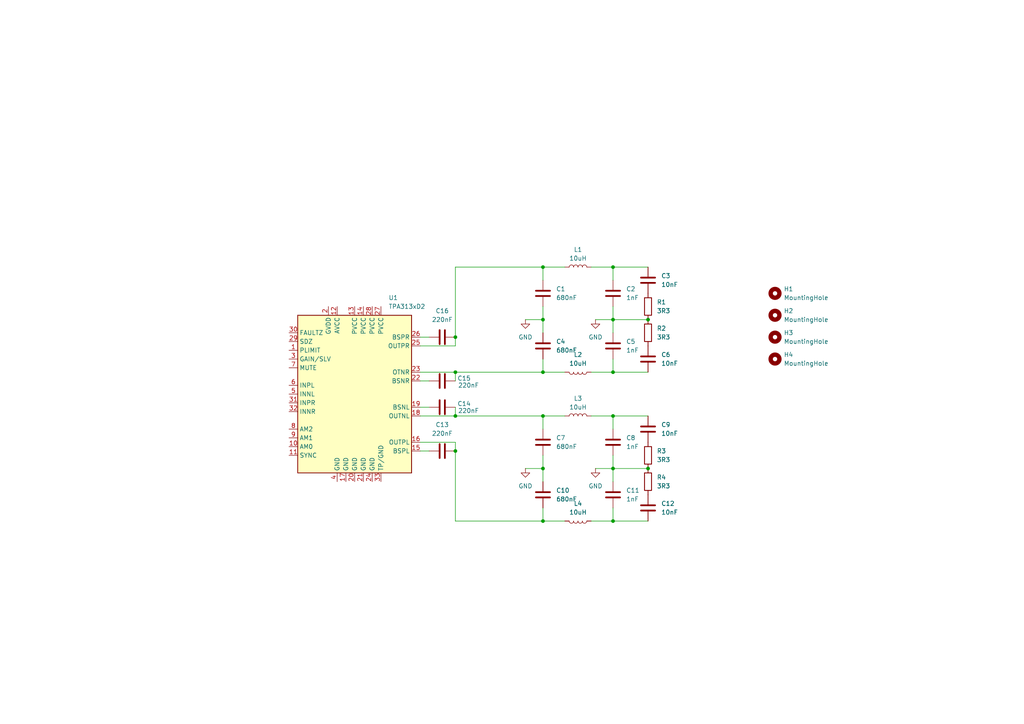
<source format=kicad_sch>
(kicad_sch (version 20231120) (generator "eeschema") (generator_version "8.0")
  (paper "A4")
  (lib_symbols
    (symbol "Device:C" (pin_numbers hide) (pin_names (offset 0.254))
      (property "Reference" "C" (at 0.635 2.54 0))
      (property "Value" "C" (at 0.635 -2.54 0))
      (symbol "C_0_1"
        (polyline (pts (xy -2.032 -0.762) (xy 2.032 -0.762)) (stroke (width 0.508)))
        (polyline (pts (xy -2.032 0.762) (xy 2.032 0.762)) (stroke (width 0.508)))
      )
      (symbol "C_1_1"
        (pin passive line (at 0 3.81 270) (length 2.794) (name "~") (number "1"))
        (pin passive line (at 0 -3.81 90) (length 2.794) (name "~") (number "2"))
      )
    )
    (symbol "Device:L" (pin_numbers hide) (pin_names (offset 1.016) hide)
      (property "Reference" "L" (at -1.27 0 90))
      (property "Value" "L" (at 1.905 0 90))
      (symbol "L_0_1"
        (arc (start 0 -2.54) (mid 0.6323 -1.905) (end 0 -1.27))
        (arc (start 0 -1.27) (mid 0.6323 -0.635) (end 0 0))
        (arc (start 0 0) (mid 0.6323 0.635) (end 0 1.27))
        (arc (start 0 1.27) (mid 0.6323 1.905) (end 0 2.54))
      )
      (symbol "L_1_1"
        (pin passive line (at 0 3.81 270) (length 1.27) (name "1") (number "1"))
        (pin passive line (at 0 -3.81 90) (length 1.27) (name "2") (number "2"))
      )
    )
    (symbol "Device:R" (pin_numbers hide) (pin_names (offset 0))
      (property "Reference" "R" (at 2.032 0 90))
      (property "Value" "R" (at 0 0 90))
      (symbol "R_0_1"
        (rectangle (start -1.016 -2.54) (end 1.016 2.54) (stroke (width 0.254)))
      )
      (symbol "R_1_1"
        (pin passive line (at 0 3.81 270) (length 1.27) (name "~") (number "1"))
        (pin passive line (at 0 -3.81 90) (length 1.27) (name "~") (number "2"))
      )
    )
    (symbol "Mechanical:MountingHole" (pin_names (offset 1.016)) (exclude_from_sim yes) (in_bom no)
      (property "Reference" "H" (at 0 5.08 0))
      (property "Value" "MountingHole" (at 0 3.175 0))
      (symbol "MountingHole_0_1"
        (circle (center 0 0) (radius 1.27) (stroke (width 1.27)))
      )
    )
    (symbol "a_gkac_Ki8:TPA313xD2"
      (property "Reference" "U" (at -16.51 23.876 0))
      (property "Value" "TPA313xD2" (at 8.89 23.876 0))
      (symbol "TPA313xD2_0_1"
        (rectangle (start -16.51 22.86) (end 16.51 -22.86) (stroke (width 0.254)) (fill (type background)))
      )
      (symbol "TPA313xD2_1_1"
        (pin input line (at -19.05 12.7 0) (length 2.54) (name "PLIMIT") (number "1"))
        (pin input line (at -19.05 -15.24 0) (length 2.54) (name "AM0") (number "10"))
        (pin bidirectional line (at -19.05 -17.78 0) (length 2.54) (name "SYNC") (number "11"))
        (pin power_in line (at -5.08 25.4 270) (length 2.54) (name "AVCC") (number "12"))
        (pin power_in line (at 0 25.4 270) (length 2.54) (name "PVCC") (number "13"))
        (pin power_in line (at 2.54 25.4 270) (length 2.54) (name "PVCC") (number "14"))
        (pin passive line (at 19.05 -16.51 180) (length 2.54) (name "BSPL") (number "15"))
        (pin output line (at 19.05 -13.97 180) (length 2.54) (name "OUTPL") (number "16"))
        (pin power_in line (at -2.54 -25.4 90) (length 2.54) (name "GND") (number "17"))
        (pin output line (at 19.05 -6.35 180) (length 2.54) (name "OUTNL") (number "18"))
        (pin passive line (at 19.05 -3.81 180) (length 2.54) (name "BSNL") (number "19"))
        (pin power_in line (at -7.62 25.4 270) (length 2.54) (name "GVDD") (number "2"))
        (pin power_in line (at 0 -25.4 90) (length 2.54) (name "GND") (number "20"))
        (pin power_in line (at 2.54 -25.4 90) (length 2.54) (name "GND") (number "21"))
        (pin passive line (at 19.05 3.81 180) (length 2.54) (name "BSNR") (number "22"))
        (pin output line (at 19.05 6.35 180) (length 2.54) (name "OTNR") (number "23"))
        (pin power_in line (at 5.08 -25.4 90) (length 2.54) (name "GND") (number "24"))
        (pin output line (at 19.05 13.97 180) (length 2.54) (name "OUTPR") (number "25"))
        (pin passive line (at 19.05 16.51 180) (length 2.54) (name "BSPR") (number "26"))
        (pin power_in line (at 7.62 25.4 270) (length 2.54) (name "PVCC") (number "27"))
        (pin power_in line (at 5.08 25.4 270) (length 2.54) (name "PVCC") (number "28"))
        (pin input line (at -19.05 15.24 0) (length 2.54) (name "SDZ") (number "29"))
        (pin input line (at -19.05 10.16 0) (length 2.54) (name "GAIN/SLV") (number "3"))
        (pin output line (at -19.05 17.78 0) (length 2.54) (name "FAULTZ") (number "30"))
        (pin input line (at -19.05 -2.54 0) (length 2.54) (name "INPR") (number "31"))
        (pin input line (at -19.05 -5.08 0) (length 2.54) (name "INNR") (number "32"))
        (pin passive line (at 7.62 -25.4 90) (length 2.54) (name "TP/GND") (number "33"))
        (pin power_in line (at -5.08 -25.4 90) (length 2.54) (name "GND") (number "4"))
        (pin input line (at -19.05 0 0) (length 2.54) (name "INNL") (number "5"))
        (pin input line (at -19.05 2.54 0) (length 2.54) (name "INPL") (number "6"))
        (pin input line (at -19.05 7.62 0) (length 2.54) (name "MUTE") (number "7"))
        (pin input line (at -19.05 -10.16 0) (length 2.54) (name "AM2") (number "8"))
        (pin input line (at -19.05 -12.7 0) (length 2.54) (name "AM1") (number "9"))
      )
    )
    (symbol "power:GND" (power) (pin_numbers hide) (pin_names (offset 0) hide)
      (property "Value" "GND" (at 0 -3.81 0))
      (symbol "GND_0_1"
        (polyline (pts (xy 0 0) (xy 0 -1.27) (xy 1.27 -1.27) (xy 0 -2.54) (xy -1.27 -1.27) (xy 0 -1.27)))
      )
      (symbol "GND_1_1"
        (pin power_in line (at 0 0 270) (length 0) (name "~") (number "1"))
      )
    )
  )
  (junction (at 132.08 107.95))
  (junction (at 132.08 130.81))
  (junction (at 157.48 77.47))
  (junction (at 177.8 120.65))
  (junction (at 187.96 135.89))
  (junction (at 132.08 120.65))
  (junction (at 177.8 77.47))
  (junction (at 177.8 151.13))
  (junction (at 157.48 135.89))
  (junction (at 157.48 92.71))
  (junction (at 177.8 135.89))
  (junction (at 157.48 107.95))
  (junction (at 177.8 92.71))
  (junction (at 157.48 151.13))
  (junction (at 187.96 92.71))
  (junction (at 177.8 107.95))
  (junction (at 157.48 120.65))
  (junction (at 132.08 97.79))
  (wire (pts (xy 121.92 128.27) (xy 132.08 128.27)))
  (wire (pts (xy 177.8 77.47) (xy 187.96 77.47)))
  (wire (pts (xy 121.92 118.11) (xy 124.46 118.11)))
  (wire (pts (xy 177.8 135.89) (xy 187.96 135.89)))
  (wire (pts (xy 171.45 107.95) (xy 177.8 107.95)))
  (wire (pts (xy 132.08 128.27) (xy 132.08 130.81)))
  (wire (pts (xy 157.48 88.9) (xy 157.48 92.71)))
  (wire (pts (xy 157.48 92.71) (xy 157.48 96.52)))
  (wire (pts (xy 177.8 81.28) (xy 177.8 77.47)))
  (wire (pts (xy 157.48 124.46) (xy 157.48 120.65)))
  (wire (pts (xy 172.72 92.71) (xy 177.8 92.71)))
  (wire (pts (xy 177.8 107.95) (xy 187.96 107.95)))
  (wire (pts (xy 177.8 104.14) (xy 177.8 107.95)))
  (wire (pts (xy 177.8 92.71) (xy 187.96 92.71)))
  (wire (pts (xy 163.83 120.65) (xy 157.48 120.65)))
  (wire (pts (xy 171.45 120.65) (xy 177.8 120.65)))
  (wire (pts (xy 121.92 130.81) (xy 124.46 130.81)))
  (wire (pts (xy 157.48 81.28) (xy 157.48 77.47)))
  (wire (pts (xy 171.45 77.47) (xy 177.8 77.47)))
  (wire (pts (xy 177.8 132.08) (xy 177.8 135.89)))
  (wire (pts (xy 172.72 135.89) (xy 177.8 135.89)))
  (wire (pts (xy 157.48 132.08) (xy 157.48 135.89)))
  (wire (pts (xy 152.4 135.89) (xy 157.48 135.89)))
  (wire (pts (xy 121.92 110.49) (xy 124.46 110.49)))
  (wire (pts (xy 132.08 107.95) (xy 132.08 110.49)))
  (wire (pts (xy 121.92 107.95) (xy 132.08 107.95)))
  (wire (pts (xy 152.4 92.71) (xy 157.48 92.71)))
  (wire (pts (xy 177.8 151.13) (xy 187.96 151.13)))
  (wire (pts (xy 177.8 135.89) (xy 177.8 139.7)))
  (wire (pts (xy 177.8 88.9) (xy 177.8 92.71)))
  (wire (pts (xy 121.92 120.65) (xy 132.08 120.65)))
  (wire (pts (xy 157.48 151.13) (xy 163.83 151.13)))
  (wire (pts (xy 177.8 147.32) (xy 177.8 151.13)))
  (wire (pts (xy 177.8 120.65) (xy 187.96 120.65)))
  (wire (pts (xy 177.8 124.46) (xy 177.8 120.65)))
  (wire (pts (xy 157.48 147.32) (xy 157.48 151.13)))
  (wire (pts (xy 132.08 77.47) (xy 157.48 77.47)))
  (wire (pts (xy 132.08 120.65) (xy 157.48 120.65)))
  (wire (pts (xy 132.08 118.11) (xy 132.08 120.65)))
  (wire (pts (xy 157.48 104.14) (xy 157.48 107.95)))
  (wire (pts (xy 132.08 107.95) (xy 157.48 107.95)))
  (wire (pts (xy 157.48 107.95) (xy 163.83 107.95)))
  (wire (pts (xy 132.08 130.81) (xy 132.08 151.13)))
  (wire (pts (xy 163.83 77.47) (xy 157.48 77.47)))
  (wire (pts (xy 132.08 100.33) (xy 132.08 97.79)))
  (wire (pts (xy 157.48 135.89) (xy 157.48 139.7)))
  (wire (pts (xy 121.92 97.79) (xy 124.46 97.79)))
  (wire (pts (xy 121.92 100.33) (xy 132.08 100.33)))
  (wire (pts (xy 132.08 151.13) (xy 157.48 151.13)))
  (wire (pts (xy 132.08 97.79) (xy 132.08 77.47)))
  (wire (pts (xy 177.8 92.71) (xy 177.8 96.52)))
  (wire (pts (xy 171.45 151.13) (xy 177.8 151.13)))
  (symbol (lib_id "Device:C") (at 187.96 81.28 0) (unit 1)
    (property "Reference" "C3" (at 191.77 80.0099 0) (effects (justify left)))
    (property "Value" "10nF" (at 191.77 82.5499 0) (effects (justify left)))
    (property "Footprint" "Capacitor_SMD:C_0603_1608Metric" (effects (hide yes)))
    (property "Description" "Unpolarized capacitor" (effects (hide yes)))
  )
  (symbol (lib_id "power:GND") (at 152.4 135.89 0) (unit 1)
    (property "Reference" "#PWR03" (effects (hide yes)))
    (property "Value" "GND" (at 152.4 140.97 0))
    (property "Description" "Power symbol creates a global label with name \"GND\" , ground" (effects (hide yes)))
  )
  (symbol (lib_id "Device:L") (at 167.64 77.47 90) (unit 1)
    (property "Reference" "L1" (at 167.64 72.39 90))
    (property "Value" "10uH" (at 167.64 74.93 90))
    (property "Footprint" "Inductor_SMD:L_10.4x10.4_H4.8" (effects (hide yes)))
    (property "Description" "Inductor" (effects (hide yes)))
    (property "Pole5" "MSS1048-103MLC" (effects (hide yes)))
  )
  (symbol (lib_id "Device:C") (at 128.27 110.49 90) (unit 1)
    (property "Reference" "C15" (at 134.62 109.728 90))
    (property "Value" "220nF" (at 135.89 111.76 90))
    (property "Footprint" "Capacitor_SMD:C_0603_1608Metric" (effects (hide yes)))
    (property "Description" "Unpolarized capacitor" (effects (hide yes)))
  )
  (symbol (lib_id "Device:R") (at 187.96 139.7 0) (unit 1)
    (property "Reference" "R4" (at 190.5 138.4299 0) (effects (justify left)))
    (property "Value" "3R3" (at 190.5 140.9699 0) (effects (justify left)))
    (property "Footprint" "Resistor_SMD:R_0603_1608Metric" (effects (hide yes)))
    (property "Description" "Resistor" (effects (hide yes)))
  )
  (symbol (lib_id "Device:C") (at 128.27 130.81 90) (unit 1)
    (property "Reference" "C13" (at 128.27 123.19 90))
    (property "Value" "220nF" (at 128.27 125.73 90))
    (property "Footprint" "Capacitor_SMD:C_0603_1608Metric" (effects (hide yes)))
    (property "Description" "Unpolarized capacitor" (effects (hide yes)))
  )
  (symbol (lib_id "power:GND") (at 172.72 135.89 0) (unit 1)
    (property "Reference" "#PWR04" (effects (hide yes)))
    (property "Value" "GND" (at 172.72 140.97 0))
    (property "Description" "Power symbol creates a global label with name \"GND\" , ground" (effects (hide yes)))
  )
  (symbol (lib_id "Device:C") (at 157.48 128.27 0) (unit 1)
    (property "Reference" "C7" (at 161.29 126.9999 0) (effects (justify left)))
    (property "Value" "680nF" (at 161.29 129.5399 0) (effects (justify left)))
    (property "Footprint" "Capacitor_SMD:C_0603_1608Metric" (effects (hide yes)))
    (property "Description" "Unpolarized capacitor" (effects (hide yes)))
  )
  (symbol (lib_id "Device:L") (at 167.64 120.65 270) (mirror x) (unit 1)
    (property "Reference" "L3" (at 167.64 115.57 90))
    (property "Value" "10uH" (at 167.64 118.11 90))
    (property "Footprint" "Inductor_SMD:L_10.4x10.4_H4.8" (effects (hide yes)))
    (property "Description" "Inductor" (effects (hide yes)))
    (property "Pole5" "MSS1048-103MLC" (effects (hide yes)))
  )
  (symbol (lib_id "Device:C") (at 177.8 128.27 0) (unit 1)
    (property "Reference" "C8" (at 181.61 126.9999 0) (effects (justify left)))
    (property "Value" "1nF" (at 181.61 129.5399 0) (effects (justify left)))
    (property "Footprint" "Capacitor_SMD:C_0603_1608Metric" (effects (hide yes)))
    (property "Description" "Unpolarized capacitor" (effects (hide yes)))
  )
  (symbol (lib_id "Device:L") (at 167.64 107.95 270) (unit 1)
    (property "Reference" "L2" (at 167.64 102.87 90))
    (property "Value" "10uH" (at 167.64 105.41 90))
    (property "Footprint" "Inductor_SMD:L_10.4x10.4_H4.8" (effects (hide yes)))
    (property "Description" "Inductor" (effects (hide yes)))
  )
  (symbol (lib_id "Device:C") (at 128.27 118.11 90) (unit 1)
    (property "Reference" "C14" (at 134.62 117.094 90))
    (property "Value" "220nF" (at 135.89 119.126 90))
    (property "Footprint" "Capacitor_SMD:C_0603_1608Metric" (effects (hide yes)))
    (property "Description" "Unpolarized capacitor" (effects (hide yes)))
  )
  (symbol (lib_id "Device:C") (at 177.8 143.51 0) (unit 1)
    (property "Reference" "C11" (at 181.61 142.2399 0) (effects (justify left)))
    (property "Value" "1nF" (at 181.61 144.7799 0) (effects (justify left)))
    (property "Footprint" "Capacitor_SMD:C_0603_1608Metric" (effects (hide yes)))
    (property "Description" "Unpolarized capacitor" (effects (hide yes)))
  )
  (symbol (lib_id "Device:C") (at 157.48 85.09 0) (unit 1)
    (property "Reference" "C1" (at 161.29 83.8199 0) (effects (justify left)))
    (property "Value" "680nF" (at 161.29 86.3599 0) (effects (justify left)))
    (property "Footprint" "Capacitor_SMD:C_0603_1608Metric" (effects (hide yes)))
    (property "Description" "Unpolarized capacitor" (effects (hide yes)))
  )
  (symbol (lib_id "power:GND") (at 152.4 92.71 0) (unit 1)
    (property "Reference" "#PWR01" (effects (hide yes)))
    (property "Value" "GND" (at 152.4 97.79 0))
    (property "Description" "Power symbol creates a global label with name \"GND\" , ground" (effects (hide yes)))
  )
  (symbol (lib_id "Mechanical:MountingHole") (at 224.79 104.14 0) (unit 1) (exclude_from_sim yes) (in_bom no)
    (property "Reference" "H4" (at 227.33 102.8699 0) (effects (justify left)))
    (property "Value" "MountingHole" (at 227.33 105.4099 0) (effects (justify left)))
    (property "Footprint" "MountingHole:MountingHole_3.2mm_M3" (effects (hide yes)))
    (property "Description" "Mounting Hole without connection" (effects (hide yes)))
  )
  (symbol (lib_id "Mechanical:MountingHole") (at 224.79 85.09 0) (unit 1) (exclude_from_sim yes) (in_bom no)
    (property "Reference" "H1" (at 227.33 83.8199 0) (effects (justify left)))
    (property "Value" "MountingHole" (at 227.33 86.3599 0) (effects (justify left)))
    (property "Footprint" "MountingHole:MountingHole_3.2mm_M3" (effects (hide yes)))
    (property "Description" "Mounting Hole without connection" (effects (hide yes)))
  )
  (symbol (lib_id "Device:C") (at 187.96 104.14 0) (unit 1)
    (property "Reference" "C6" (at 191.77 102.8699 0) (effects (justify left)))
    (property "Value" "10nF" (at 191.77 105.4099 0) (effects (justify left)))
    (property "Footprint" "Capacitor_SMD:C_0603_1608Metric" (effects (hide yes)))
    (property "Description" "Unpolarized capacitor" (effects (hide yes)))
  )
  (symbol (lib_id "Mechanical:MountingHole") (at 224.79 91.44 0) (unit 1) (exclude_from_sim yes) (in_bom no)
    (property "Reference" "H2" (at 227.33 90.1699 0) (effects (justify left)))
    (property "Value" "MountingHole" (at 227.33 92.7099 0) (effects (justify left)))
    (property "Footprint" "MountingHole:MountingHole_3.2mm_M3" (effects (hide yes)))
    (property "Description" "Mounting Hole without connection" (effects (hide yes)))
  )
  (symbol (lib_id "Device:L") (at 167.64 151.13 90) (mirror x) (unit 1)
    (property "Reference" "L4" (at 167.64 146.05 90))
    (property "Value" "10uH" (at 167.64 148.59 90))
    (property "Footprint" "Inductor_SMD:L_10.4x10.4_H4.8" (effects (hide yes)))
    (property "Description" "Inductor" (effects (hide yes)))
  )
  (symbol (lib_id "Device:C") (at 157.48 143.51 0) (unit 1)
    (property "Reference" "C10" (at 161.29 142.2399 0) (effects (justify left)))
    (property "Value" "680nF" (at 161.29 144.7799 0) (effects (justify left)))
    (property "Footprint" "Capacitor_SMD:C_0603_1608Metric" (effects (hide yes)))
    (property "Description" "Unpolarized capacitor" (effects (hide yes)))
  )
  (symbol (lib_id "Device:C") (at 177.8 100.33 0) (unit 1)
    (property "Reference" "C5" (at 181.61 99.0599 0) (effects (justify left)))
    (property "Value" "1nF" (at 181.61 101.5999 0) (effects (justify left)))
    (property "Footprint" "Capacitor_SMD:C_0603_1608Metric" (effects (hide yes)))
    (property "Description" "Unpolarized capacitor" (effects (hide yes)))
  )
  (symbol (lib_id "Device:R") (at 187.96 96.52 0) (unit 1)
    (property "Reference" "R2" (at 190.5 95.2499 0) (effects (justify left)))
    (property "Value" "3R3" (at 190.5 97.7899 0) (effects (justify left)))
    (property "Footprint" "Resistor_SMD:R_0603_1608Metric" (effects (hide yes)))
    (property "Description" "Resistor" (effects (hide yes)))
  )
  (symbol (lib_id "Device:C") (at 187.96 124.46 0) (unit 1)
    (property "Reference" "C9" (at 191.77 123.1899 0) (effects (justify left)))
    (property "Value" "10nF" (at 191.77 125.7299 0) (effects (justify left)))
    (property "Footprint" "Capacitor_SMD:C_0603_1608Metric" (effects (hide yes)))
    (property "Description" "Unpolarized capacitor" (effects (hide yes)))
  )
  (symbol (lib_id "power:GND") (at 172.72 92.71 0) (unit 1)
    (property "Reference" "#PWR02" (effects (hide yes)))
    (property "Value" "GND" (at 172.72 97.79 0))
    (property "Description" "Power symbol creates a global label with name \"GND\" , ground" (effects (hide yes)))
  )
  (symbol (lib_id "Device:C") (at 157.48 100.33 0) (unit 1)
    (property "Reference" "C4" (at 161.29 99.0599 0) (effects (justify left)))
    (property "Value" "680nF" (at 161.29 101.5999 0) (effects (justify left)))
    (property "Footprint" "Capacitor_SMD:C_0603_1608Metric" (effects (hide yes)))
    (property "Description" "Unpolarized capacitor" (effects (hide yes)))
  )
  (symbol (lib_id "Device:C") (at 177.8 85.09 0) (unit 1)
    (property "Reference" "C2" (at 181.61 83.8199 0) (effects (justify left)))
    (property "Value" "1nF" (at 181.61 86.3599 0) (effects (justify left)))
    (property "Footprint" "Capacitor_SMD:C_0603_1608Metric" (effects (hide yes)))
    (property "Description" "Unpolarized capacitor" (effects (hide yes)))
  )
  (symbol (lib_id "a_gkac_Ki8:TPA313xD2") (at 102.87 114.3 0) (unit 1)
    (property "Reference" "U1" (at 112.6841 86.36 0) (effects (justify left)))
    (property "Value" "TPA313xD2" (at 112.6841 88.9 0) (effects (justify left)))
    (property "Footprint" "Package_DFN_QFN:VQFN-32-1EP_5x5mm_P0.5mm_EP3.5x3.5mm_ThermalVias" (effects (hide yes)))
    (property "Datasheet" "https://www.ti.com/lit/ds/symlink/tpa3131d2.pdf" (effects (hide yes)))
    (property "Description" "TPA313xD2 4-W, 25-W Filter-Free Class-D Stereo Amplifier With AM Avoidance" (effects (hide yes)))
  )
  (symbol (lib_id "Device:R") (at 187.96 88.9 0) (unit 1)
    (property "Reference" "R1" (at 190.5 87.6299 0) (effects (justify left)))
    (property "Value" "3R3" (at 190.5 90.1699 0) (effects (justify left)))
    (property "Footprint" "Resistor_SMD:R_0603_1608Metric" (effects (hide yes)))
    (property "Description" "Resistor" (effects (hide yes)))
  )
  (symbol (lib_id "Mechanical:MountingHole") (at 224.79 97.79 0) (unit 1) (exclude_from_sim yes) (in_bom no)
    (property "Reference" "H3" (at 227.33 96.5199 0) (effects (justify left)))
    (property "Value" "MountingHole" (at 227.33 99.0599 0) (effects (justify left)))
    (property "Footprint" "MountingHole:MountingHole_3.2mm_M3" (effects (hide yes)))
    (property "Description" "Mounting Hole without connection" (effects (hide yes)))
  )
  (symbol (lib_id "Device:R") (at 187.96 132.08 0) (unit 1)
    (property "Reference" "R3" (at 190.5 130.8099 0) (effects (justify left)))
    (property "Value" "3R3" (at 190.5 133.3499 0) (effects (justify left)))
    (property "Footprint" "Resistor_SMD:R_0603_1608Metric" (effects (hide yes)))
    (property "Description" "Resistor" (effects (hide yes)))
  )
  (symbol (lib_id "Device:C") (at 187.96 147.32 0) (unit 1)
    (property "Reference" "C12" (at 191.77 146.0499 0) (effects (justify left)))
    (property "Value" "10nF" (at 191.77 148.5899 0) (effects (justify left)))
    (property "Footprint" "Capacitor_SMD:C_0603_1608Metric" (effects (hide yes)))
    (property "Description" "Unpolarized capacitor" (effects (hide yes)))
  )
  (symbol (lib_id "Device:C") (at 128.27 97.79 90) (unit 1)
    (property "Reference" "C16" (at 128.27 90.17 90))
    (property "Value" "220nF" (at 128.27 92.71 90))
    (property "Footprint" "Capacitor_SMD:C_0603_1608Metric" (effects (hide yes)))
    (property "Description" "Unpolarized capacitor" (effects (hide yes)))
  )
)
</source>
